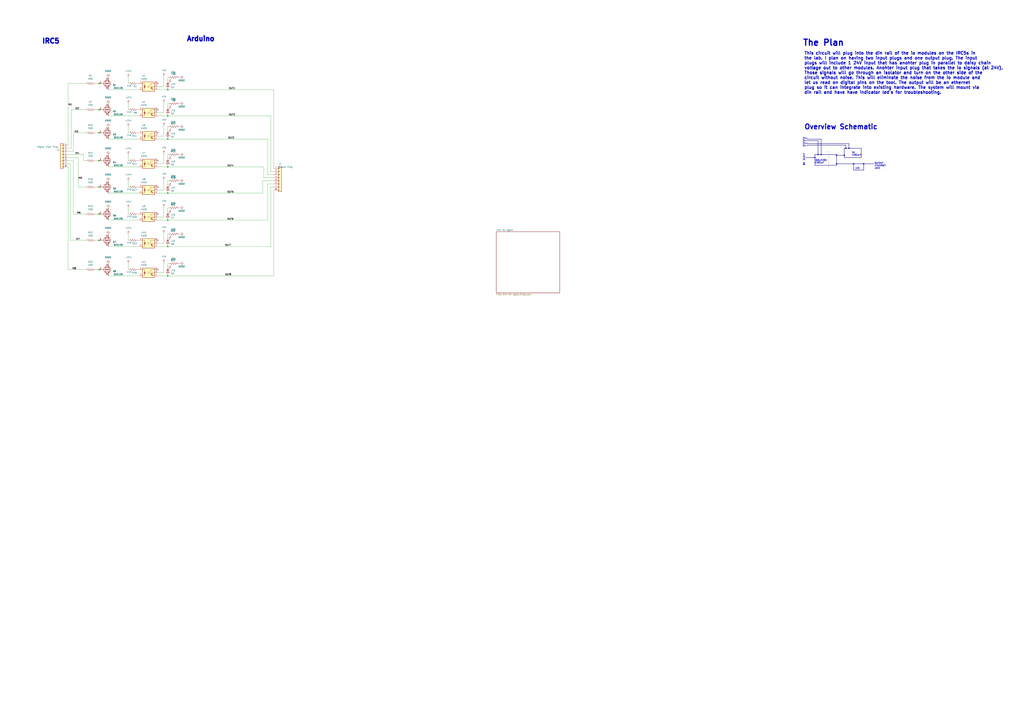
<source format=kicad_sch>
(kicad_sch (version 20230121) (generator eeschema)
  (paper "A1")
  (title_block (title "digital isolator for rob5000") (date "2023-12-20") (rev "A") (comment 1 "Author Henry"))
  (lib_symbols
    (symbol "Connector_Generic:Conn_01x08" (pin_names (offset 1.016) hide)
      (property "Reference" "J" (at 0 10.16 0))
      (property "Value" "Conn_01x08" (at 0 -12.7 0))
      (symbol "Conn_01x08_1_1"
        (rectangle (start -1.27 -10.033) (end 0 -10.287) (stroke (width 0.1524)))
        (rectangle (start -1.27 -7.493) (end 0 -7.747) (stroke (width 0.1524)))
        (rectangle (start -1.27 -4.953) (end 0 -5.207) (stroke (width 0.1524)))
        (rectangle (start -1.27 -2.413) (end 0 -2.667) (stroke (width 0.1524)))
        (rectangle (start -1.27 0.127) (end 0 -0.127) (stroke (width 0.1524)))
        (rectangle (start -1.27 2.667) (end 0 2.413) (stroke (width 0.1524)))
        (rectangle (start -1.27 5.207) (end 0 4.953) (stroke (width 0.1524)))
        (rectangle (start -1.27 7.747) (end 0 7.493) (stroke (width 0.1524)))
        (rectangle (start -1.27 8.89) (end 1.27 -11.43) (stroke (width 0.254)) (fill (type background)))
        (pin passive line (at -5.08 7.62 0) (length 3.81) (name "Pin_1") (number "1"))
        (pin passive line (at -5.08 5.08 0) (length 3.81) (name "Pin_2") (number "2"))
        (pin passive line (at -5.08 2.54 0) (length 3.81) (name "Pin_3") (number "3"))
        (pin passive line (at -5.08 0 0) (length 3.81) (name "Pin_4") (number "4"))
        (pin passive line (at -5.08 -2.54 0) (length 3.81) (name "Pin_5") (number "5"))
        (pin passive line (at -5.08 -5.08 0) (length 3.81) (name "Pin_6") (number "6"))
        (pin passive line (at -5.08 -7.62 0) (length 3.81) (name "Pin_7") (number "7"))
        (pin passive line (at -5.08 -10.16 0) (length 3.81) (name "Pin_8") (number "8"))
      )
    )
    (symbol "Device:LED" (pin_numbers hide) (pin_names (offset 1.016) hide)
      (property "Reference" "D" (at 0 2.54 0))
      (property "Value" "LED" (at 0 -2.54 0))
      (symbol "LED_0_1"
        (polyline (pts (xy -1.27 -1.27) (xy -1.27 1.27)) (stroke (width 0.254)))
        (polyline (pts (xy -1.27 0) (xy 1.27 0)))
        (polyline (pts (xy 1.27 -1.27) (xy 1.27 1.27) (xy -1.27 0) (xy 1.27 -1.27)) (stroke (width 0.254)))
        (polyline (pts (xy -3.048 -0.762) (xy -4.572 -2.286) (xy -3.81 -2.286) (xy -4.572 -2.286) (xy -4.572 -1.524)))
        (polyline (pts (xy -1.778 -0.762) (xy -3.302 -2.286) (xy -2.54 -2.286) (xy -3.302 -2.286) (xy -3.302 -1.524)))
      )
      (symbol "LED_1_1"
        (pin passive line (at -3.81 0 0) (length 2.54) (name "K") (number "1"))
        (pin passive line (at 3.81 0 180) (length 2.54) (name "A") (number "2"))
      )
    )
    (symbol "Device:R_US" (pin_numbers hide) (pin_names (offset 0))
      (property "Reference" "R" (at 2.54 0 90))
      (property "Value" "R_US" (at -2.54 0 90))
      (symbol "R_US_0_1"
        (polyline (pts (xy 0 -2.286) (xy 0 -2.54)))
        (polyline (pts (xy 0 2.286) (xy 0 2.54)))
        (polyline (pts (xy 0 -0.762) (xy 1.016 -1.143) (xy 0 -1.524) (xy -1.016 -1.905) (xy 0 -2.286)))
        (polyline (pts (xy 0 0.762) (xy 1.016 0.381) (xy 0 0) (xy -1.016 -0.381) (xy 0 -0.762)))
        (polyline (pts (xy 0 2.286) (xy 1.016 1.905) (xy 0 1.524) (xy -1.016 1.143) (xy 0 0.762)))
      )
      (symbol "R_US_1_1"
        (pin passive line (at 0 3.81 270) (length 1.27) (name "~") (number "1"))
        (pin passive line (at 0 -3.81 90) (length 1.27) (name "~") (number "2"))
      )
    )
    (symbol "Isolator:4N25" (pin_names (offset 1.016))
      (property "Reference" "U" (at -5.08 5.08 0))
      (property "Value" "4N25" (at 0 5.08 0))
      (symbol "4N25_0_1"
        (rectangle (start -5.08 3.81) (end 5.08 -3.81) (stroke (width 0.254)) (fill (type background)))
        (polyline (pts (xy -3.81 -0.635) (xy -2.54 -0.635)) (stroke (width 0.254)))
        (polyline (pts (xy 2.667 -1.397) (xy 3.81 -2.54)))
        (polyline (pts (xy 2.667 -1.143) (xy 3.81 0)))
        (polyline (pts (xy 3.81 -2.54) (xy 5.08 -2.54)))
        (polyline (pts (xy 3.81 0) (xy 5.08 0)))
        (polyline (pts (xy 2.667 -0.254) (xy 2.667 -2.286) (xy 2.667 -2.286)) (stroke (width 0.3556)))
        (polyline (pts (xy -5.08 -2.54) (xy -3.175 -2.54) (xy -3.175 2.54) (xy -5.08 2.54)))
        (polyline (pts (xy -3.175 -0.635) (xy -3.81 0.635) (xy -2.54 0.635) (xy -3.175 -0.635)) (stroke (width 0.254)))
        (polyline (pts (xy 3.683 -2.413) (xy 3.429 -1.905) (xy 3.175 -2.159) (xy 3.683 -2.413)))
        (polyline (pts (xy 5.08 2.54) (xy 1.905 2.54) (xy 1.905 -1.27) (xy 2.54 -1.27)))
        (polyline (pts (xy -0.635 -0.508) (xy 0.635 -0.508) (xy 0.254 -0.635) (xy 0.254 -0.381) (xy 0.635 -0.508)))
        (polyline (pts (xy -0.635 0.508) (xy 0.635 0.508) (xy 0.254 0.381) (xy 0.254 0.635) (xy 0.635 0.508)))
      )
      (symbol "4N25_1_1"
        (pin passive line (at -7.62 2.54 0) (length 2.54) (name "~") (number "1"))
        (pin passive line (at -7.62 -2.54 0) (length 2.54) (name "~") (number "2"))
        (pin no_connect line (at -5.08 0 0) (length 2.54) hide (name "NC") (number "3"))
        (pin passive line (at 7.62 -2.54 180) (length 2.54) (name "~") (number "4"))
        (pin passive line (at 7.62 0 180) (length 2.54) (name "~") (number "5"))
        (pin passive line (at 7.62 2.54 180) (length 2.54) (name "~") (number "6"))
      )
    )
    (symbol "Transistor_FET:BSS138" (pin_names hide)
      (property "Reference" "Q" (at 5.08 1.905 0))
      (property "Value" "BSS138" (at 5.08 0 0))
      (symbol "BSS138_0_1"
        (polyline (pts (xy 0.254 0) (xy -2.54 0)))
        (polyline (pts (xy 0.254 1.905) (xy 0.254 -1.905)) (stroke (width 0.254)))
        (polyline (pts (xy 0.762 -1.27) (xy 0.762 -2.286)) (stroke (width 0.254)))
        (polyline (pts (xy 0.762 0.508) (xy 0.762 -0.508)) (stroke (width 0.254)))
        (polyline (pts (xy 0.762 2.286) (xy 0.762 1.27)) (stroke (width 0.254)))
        (polyline (pts (xy 2.54 2.54) (xy 2.54 1.778)))
        (polyline (pts (xy 2.54 -2.54) (xy 2.54 0) (xy 0.762 0)))
        (polyline (pts (xy 0.762 -1.778) (xy 3.302 -1.778) (xy 3.302 1.778) (xy 0.762 1.778)))
        (polyline (pts (xy 1.016 0) (xy 2.032 0.381) (xy 2.032 -0.381) (xy 1.016 0)) (fill (type outline)))
        (polyline (pts (xy 2.794 0.508) (xy 2.921 0.381) (xy 3.683 0.381) (xy 3.81 0.254)))
        (polyline (pts (xy 3.302 0.381) (xy 2.921 -0.254) (xy 3.683 -0.254) (xy 3.302 0.381)))
        (circle (center 1.651 0) (radius 2.794) (stroke (width 0.254)))
        (circle (center 2.54 -1.778) (radius 0.254) (fill (type outline)))
        (circle (center 2.54 1.778) (radius 0.254) (fill (type outline)))
      )
      (symbol "BSS138_1_1"
        (pin input line (at -5.08 0 0) (length 2.54) (name "G") (number "1"))
        (pin passive line (at 2.54 -5.08 90) (length 2.54) (name "S") (number "2"))
        (pin passive line (at 2.54 5.08 270) (length 2.54) (name "D") (number "3"))
      )
    )
    (symbol "power:+24V" (power) (pin_names (offset 0))
      (property "Value" "+24V" (at 0 3.556 0))
      (symbol "+24V_0_1"
        (polyline (pts (xy -0.762 1.27) (xy 0 2.54)))
        (polyline (pts (xy 0 0) (xy 0 2.54)))
        (polyline (pts (xy 0 2.54) (xy 0.762 1.27)))
      )
      (symbol "+24V_1_1"
        (pin power_in line (at 0 0 90) (length 0) hide (name "+24V") (number "1"))
      )
    )
    (symbol "power:+5V" (power) (pin_names (offset 0))
      (property "Value" "+5V" (at 0 3.556 0))
      (symbol "+5V_0_1"
        (polyline (pts (xy -0.762 1.27) (xy 0 2.54)))
        (polyline (pts (xy 0 0) (xy 0 2.54)))
        (polyline (pts (xy 0 2.54) (xy 0.762 1.27)))
      )
      (symbol "+5V_1_1"
        (pin power_in line (at 0 0 90) (length 0) hide (name "+5V") (number "1"))
      )
    )
    (symbol "power:GND1" (power) (pin_names (offset 0))
      (property "Value" "GND1" (at 0 -3.81 0))
      (symbol "GND1_0_1"
        (polyline (pts (xy 0 0) (xy 0 -1.27) (xy 1.27 -1.27) (xy 0 -2.54) (xy -1.27 -1.27) (xy 0 -1.27)))
      )
      (symbol "GND1_1_1"
        (pin power_in line (at 0 0 270) (length 0) hide (name "GND1") (number "1"))
      )
    )
    (symbol "power:GND2" (power) (pin_names (offset 0))
      (property "Value" "GND2" (at 0 -3.81 0))
      (symbol "GND2_0_1"
        (polyline (pts (xy 0 0) (xy 0 -1.27) (xy 1.27 -1.27) (xy 0 -2.54) (xy -1.27 -1.27) (xy 0 -1.27)))
      )
      (symbol "GND2_1_1"
        (pin power_in line (at 0 0 270) (length 0) hide (name "GND2") (number "1"))
      )
    )
  )
  (junction (at 81.28 109.22))
  (junction (at 81.28 175.895))
  (junction (at 669.29 129.54))
  (junction (at 137.795 137.16))
  (junction (at 137.795 73.66))
  (junction (at 697.23 121.92))
  (junction (at 81.28 221.615))
  (junction (at 137.795 95.25))
  (junction (at 694.69 121.92))
  (junction (at 137.795 114.3))
  (junction (at 693.42 127.635))
  (junction (at 81.28 68.58))
  (junction (at 701.04 134.62))
  (junction (at 137.795 158.75))
  (junction (at 709.295 134.62))
  (junction (at 137.795 202.565))
  (junction (at 687.07 134.62))
  (junction (at 137.795 180.975))
  (junction (at 137.795 226.695))
  (junction (at 674.37 127))
  (junction (at 81.28 197.485))
  (junction (at 687.07 127.635))
  (junction (at 81.28 132.08))
  (junction (at 81.28 90.17))
  (junction (at 81.28 153.67))
  (junction (at 671.83 127))
  (no_connect (at 129.54 175.895))
  (no_connect (at 129.54 132.08))
  (no_connect (at 129.54 68.58))
  (no_connect (at 129.54 153.67))
  (no_connect (at 129.54 221.615))
  (no_connect (at 129.54 90.17))
  (no_connect (at 129.54 197.485))
  (no_connect (at 129.54 109.22))
  (wire (pts (xy 147.955 192.405) (xy 146.685 192.405)))
  (wire (pts (xy 78.105 197.485) (xy 81.28 197.485)))
  (wire (pts (xy 129.54 202.565) (xy 137.795 202.565)))
  (bus (pts (xy 662.94 118.11) (xy 697.23 118.11)))
  (wire (pts (xy 88.9 158.75) (xy 114.3 158.75)))
  (wire (pts (xy 134.62 147.955) (xy 134.62 156.21)))
  (wire (pts (xy 147.955 63.5) (xy 146.685 63.5)))
  (wire (pts (xy 139.065 104.14) (xy 137.795 104.14)))
  (wire (pts (xy 134.62 134.62) (xy 129.54 134.62)))
  (wire (pts (xy 134.62 103.505) (xy 134.62 111.76)))
  (wire (pts (xy 68.58 132.08) (xy 68.58 127)))
  (wire (pts (xy 57.785 197.485) (xy 70.485 197.485)))
  (wire (pts (xy 105.41 148.59) (xy 105.41 153.67)))
  (wire (pts (xy 222.25 153.67) (xy 222.25 202.565)))
  (wire (pts (xy 219.71 151.13) (xy 224.79 151.13)))
  (wire (pts (xy 137.795 85.09) (xy 137.795 87.63)))
  (wire (pts (xy 139.065 127) (xy 137.795 127)))
  (bus (pts (xy 669.29 129.54) (xy 669.29 135.89)))
  (wire (pts (xy 222.25 140.97) (xy 222.25 95.25)))
  (bus (pts (xy 680.72 124.46) (xy 680.72 138.43)) (stroke (width 0) (type dot)))
  (wire (pts (xy 113.03 153.67) (xy 114.3 153.67)))
  (wire (pts (xy 134.62 126.365) (xy 134.62 134.62)))
  (wire (pts (xy 129.54 158.75) (xy 137.795 158.75)))
  (wire (pts (xy 129.54 137.16) (xy 137.795 137.16)))
  (bus (pts (xy 662.94 119.38) (xy 694.69 119.38)))
  (wire (pts (xy 113.03 221.615) (xy 114.3 221.615)))
  (bus (pts (xy 671.83 127) (xy 674.37 127)))
  (wire (pts (xy 134.62 84.455) (xy 134.62 92.71)))
  (wire (pts (xy 81.28 132.08) (xy 81.915 132.08)))
  (wire (pts (xy 137.795 114.3) (xy 219.71 114.3)))
  (wire (pts (xy 57.785 134.62) (xy 57.785 197.485)))
  (wire (pts (xy 88.9 202.565) (xy 114.3 202.565)))
  (bus (pts (xy 693.42 127.635) (xy 693.42 129.54)))
  (bus (pts (xy 701.04 139.7) (xy 709.295 139.7)))
  (bus (pts (xy 687.07 127) (xy 687.07 127.635)))
  (wire (pts (xy 216.535 137.16) (xy 216.535 146.05)))
  (bus (pts (xy 709.295 134.62) (xy 717.55 134.62)))
  (wire (pts (xy 137.795 137.16) (xy 216.535 137.16)))
  (bus (pts (xy 674.37 127) (xy 687.07 127)))
  (wire (pts (xy 147.955 170.815) (xy 146.685 170.815)))
  (wire (pts (xy 78.105 90.17) (xy 81.28 90.17)))
  (wire (pts (xy 224.79 73.66) (xy 224.79 138.43)))
  (bus (pts (xy 697.23 121.92) (xy 707.39 121.92)))
  (wire (pts (xy 137.795 226.695) (xy 224.79 226.695)))
  (wire (pts (xy 81.28 109.22) (xy 81.915 109.22)))
  (bus (pts (xy 701.04 134.62) (xy 709.295 134.62)))
  (bus (pts (xy 687.07 134.62) (xy 701.04 134.62)))
  (wire (pts (xy 137.795 95.25) (xy 222.25 95.25)))
  (wire (pts (xy 139.065 85.09) (xy 137.795 85.09)))
  (wire (pts (xy 137.795 127) (xy 137.795 129.54)))
  (bus (pts (xy 669.29 127) (xy 669.29 129.54)))
  (wire (pts (xy 137.795 202.565) (xy 222.25 202.565)))
  (wire (pts (xy 105.41 63.5) (xy 105.41 68.58)))
  (wire (pts (xy 215.9 158.75) (xy 137.795 158.75)))
  (wire (pts (xy 81.28 153.67) (xy 81.915 153.67)))
  (bus (pts (xy 687.07 127.635) (xy 693.42 127.635)))
  (bus (pts (xy 693.42 121.92) (xy 694.69 121.92)))
  (wire (pts (xy 78.105 109.22) (xy 81.28 109.22)))
  (wire (pts (xy 137.795 192.405) (xy 137.795 194.945)))
  (wire (pts (xy 224.79 140.97) (xy 222.25 140.97)))
  (bus (pts (xy 674.37 114.3) (xy 674.37 127)))
  (bus (pts (xy 709.295 139.7) (xy 709.295 134.62)))
  (wire (pts (xy 137.795 180.975) (xy 219.71 180.975)))
  (wire (pts (xy 137.795 158.115) (xy 137.795 158.75)))
  (wire (pts (xy 105.41 192.405) (xy 105.41 197.485)))
  (wire (pts (xy 139.065 216.535) (xy 137.795 216.535)))
  (wire (pts (xy 137.795 148.59) (xy 137.795 151.13)))
  (wire (pts (xy 134.62 111.76) (xy 129.54 111.76)))
  (wire (pts (xy 70.485 175.895) (xy 60.325 175.895)))
  (bus (pts (xy 707.39 121.92) (xy 707.39 129.54)))
  (wire (pts (xy 88.9 226.695) (xy 114.3 226.695)))
  (bus (pts (xy 693.42 121.92) (xy 693.42 127.635)))
  (wire (pts (xy 134.62 62.865) (xy 134.62 71.12)))
  (wire (pts (xy 58.42 90.17) (xy 58.42 121.92)))
  (wire (pts (xy 139.065 192.405) (xy 137.795 192.405)))
  (wire (pts (xy 88.9 114.3) (xy 114.3 114.3)))
  (wire (pts (xy 113.03 109.22) (xy 114.3 109.22)))
  (wire (pts (xy 78.105 153.67) (xy 81.28 153.67)))
  (bus (pts (xy 694.69 119.38) (xy 694.69 121.92)))
  (bus (pts (xy 687.07 135.89) (xy 669.29 135.89)))
  (wire (pts (xy 219.71 180.975) (xy 219.71 151.13)))
  (wire (pts (xy 224.79 143.51) (xy 219.71 143.51)))
  (bus (pts (xy 707.39 129.54) (xy 693.42 129.54)))
  (wire (pts (xy 113.03 132.08) (xy 114.3 132.08)))
  (wire (pts (xy 147.955 148.59) (xy 146.685 148.59)))
  (wire (pts (xy 147.955 216.535) (xy 146.685 216.535)))
  (wire (pts (xy 105.41 85.09) (xy 105.41 90.17)))
  (wire (pts (xy 55.88 68.58) (xy 70.485 68.58)))
  (wire (pts (xy 215.9 148.59) (xy 215.9 158.75)))
  (wire (pts (xy 137.795 73.66) (xy 224.79 73.66)))
  (wire (pts (xy 147.955 104.14) (xy 146.685 104.14)))
  (wire (pts (xy 224.79 153.67) (xy 222.25 153.67)))
  (wire (pts (xy 147.955 127) (xy 146.685 127)))
  (wire (pts (xy 129.54 114.3) (xy 137.795 114.3)))
  (wire (pts (xy 139.065 148.59) (xy 137.795 148.59)))
  (bus (pts (xy 687.07 127.635) (xy 687.07 134.62)))
  (wire (pts (xy 55.88 134.62) (xy 57.785 134.62)))
  (bus (pts (xy 669.29 127) (xy 671.83 127)))
  (wire (pts (xy 134.62 92.71) (xy 129.54 92.71)))
  (wire (pts (xy 105.41 127) (xy 105.41 132.08)))
  (wire (pts (xy 139.065 63.5) (xy 137.795 63.5)))
  (wire (pts (xy 134.62 71.12) (xy 129.54 71.12)))
  (wire (pts (xy 81.28 221.615) (xy 81.915 221.615)))
  (wire (pts (xy 224.79 148.59) (xy 215.9 148.59)))
  (wire (pts (xy 105.41 216.535) (xy 105.41 221.615)))
  (wire (pts (xy 70.485 109.22) (xy 60.325 109.22)))
  (wire (pts (xy 134.62 200.025) (xy 129.54 200.025)))
  (wire (pts (xy 70.485 221.615) (xy 55.88 221.615)))
  (wire (pts (xy 70.485 132.08) (xy 68.58 132.08)))
  (wire (pts (xy 70.485 90.17) (xy 58.42 90.17)))
  (wire (pts (xy 134.62 170.18) (xy 134.62 178.435)))
  (wire (pts (xy 105.41 104.14) (xy 105.41 109.22)))
  (wire (pts (xy 216.535 146.05) (xy 224.79 146.05)))
  (wire (pts (xy 113.03 175.895) (xy 114.3 175.895)))
  (wire (pts (xy 64.135 129.54) (xy 64.135 153.67)))
  (wire (pts (xy 88.9 95.25) (xy 114.3 95.25)))
  (wire (pts (xy 134.62 215.9) (xy 134.62 224.155)))
  (wire (pts (xy 81.28 90.17) (xy 81.915 90.17)))
  (wire (pts (xy 81.28 197.485) (xy 81.915 197.485)))
  (wire (pts (xy 55.88 129.54) (xy 64.135 129.54)))
  (wire (pts (xy 60.325 175.895) (xy 60.325 132.08)))
  (wire (pts (xy 137.795 63.5) (xy 137.795 66.04)))
  (bus (pts (xy 697.23 118.11) (xy 697.23 121.92)))
  (wire (pts (xy 134.62 178.435) (xy 129.54 178.435)))
  (wire (pts (xy 147.955 85.09) (xy 146.685 85.09)))
  (wire (pts (xy 134.62 191.77) (xy 134.62 200.025)))
  (wire (pts (xy 78.105 132.08) (xy 81.28 132.08)))
  (bus (pts (xy 662.94 114.3) (xy 674.37 114.3)))
  (wire (pts (xy 88.9 137.16) (xy 114.3 137.16)))
  (wire (pts (xy 129.54 180.975) (xy 137.795 180.975)))
  (wire (pts (xy 137.795 170.815) (xy 137.795 173.355)))
  (wire (pts (xy 224.79 156.21) (xy 224.79 226.695)))
  (wire (pts (xy 60.325 124.46) (xy 55.88 124.46)))
  (wire (pts (xy 78.105 175.895) (xy 81.28 175.895)))
  (wire (pts (xy 78.105 221.615) (xy 81.28 221.615)))
  (wire (pts (xy 134.62 224.155) (xy 129.54 224.155)))
  (wire (pts (xy 55.88 119.38) (xy 55.88 68.58)))
  (wire (pts (xy 55.88 121.92) (xy 58.42 121.92)))
  (wire (pts (xy 81.28 68.58) (xy 81.915 68.58)))
  (wire (pts (xy 88.9 180.975) (xy 114.3 180.975)))
  (wire (pts (xy 113.03 90.17) (xy 114.3 90.17)))
  (wire (pts (xy 60.325 109.22) (xy 60.325 124.46)))
  (wire (pts (xy 60.325 132.08) (xy 55.88 132.08)))
  (wire (pts (xy 129.54 226.695) (xy 137.795 226.695)))
  (wire (pts (xy 137.795 104.14) (xy 137.795 106.68)))
  (wire (pts (xy 64.135 153.67) (xy 70.485 153.67)))
  (bus (pts (xy 662.94 115.57) (xy 671.83 115.57)))
  (wire (pts (xy 129.54 73.66) (xy 137.795 73.66)))
  (wire (pts (xy 137.795 216.535) (xy 137.795 219.075)))
  (bus (pts (xy 701.04 134.62) (xy 701.04 139.7)))
  (wire (pts (xy 55.88 221.615) (xy 55.88 137.16)))
  (wire (pts (xy 113.03 197.485) (xy 114.3 197.485)))
  (wire (pts (xy 113.03 68.58) (xy 114.3 68.58)))
  (wire (pts (xy 68.58 127) (xy 55.88 127)))
  (wire (pts (xy 139.065 170.815) (xy 137.795 170.815)))
  (wire (pts (xy 81.28 175.895) (xy 81.915 175.895)))
  (wire (pts (xy 219.71 143.51) (xy 219.71 114.3)))
  (wire (pts (xy 134.62 156.21) (xy 129.54 156.21)))
  (wire (pts (xy 88.9 73.66) (xy 114.3 73.66)))
  (bus (pts (xy 687.07 134.62) (xy 687.07 135.89)))
  (wire (pts (xy 129.54 95.25) (xy 137.795 95.25)))
  (wire (pts (xy 78.105 68.58) (xy 81.28 68.58)))
  (bus (pts (xy 694.69 121.92) (xy 697.23 121.92)))
  (bus (pts (xy 671.83 115.57) (xy 671.83 127)))
  (bus (pts (xy 661.67 129.54) (xy 669.29 129.54)))
  (wire (pts (xy 105.41 170.815) (xy 105.41 175.895)))
  (text "LED\n" (at 702.31 139.065 0) (effects (font (size 1.27 1.27) bold) (justify left bottom)))
  (text "Arduino\n" (at 153.035 34.29 0) (effects (font (size 4 4) (thickness 1.2) bold) (justify left bottom)))
  (text "I1\nI2\nI3\n...\nI8\n" (at 659.13 135.89 0) (effects (font (size 1.27 1.27) bold) (justify left bottom)))
  (text "This circuit will plug into the din rail of the io modules on the IRC5s in \nthe lab. I plan on having two input plugs and one output plug. The input \nplugs will include 1 24V input that has anohter plug in parallel to daisy chain \nvoltage out to other modules. Anohter input plug that takes the io signals (at 24V).\nThose signals will go through an isolator and turn on the other side of the \ncircuit without noise. This will eliminate the noise from the io module and \nlet us read on digital pins on the tool. The output will be an ethernet\nplug so it can integrate into existing hardware. The system will mount via\ndin rail and have have indicator led's for troubleshooting. " (at 660.4 77.47 0) (effects (font (size 2.5 2.5) bold) (justify left bottom)))
  (text "Overview Schematic" (at 660.4 106.68 0) (effects (font (size 4 4) bold) (justify left bottom)))
  (text "24+\n24-\n24+\n24-" (at 659.13 120.65 0) (effects (font (size 1.27 1.27) bold) (justify left bottom)))
  (text "IRC5\n" (at 34.29 36.195 0) (effects (font (size 4 4) (thickness 1.2) bold) (justify left bottom)))
  (text "ISOLATION \nCIRCUIT" (at 669.29 134.62 0) (effects (font (size 1.27 1.27) bold) (justify left bottom)))
  (text "5V \nCIRCUIT\n" (at 699.77 128.27 0) (effects (font (size 1.27 1.27) bold) (justify left bottom)))
  (text "OUTPUT\nETHERNET\nJACK" (at 718.185 139.065 0) (effects (font (size 1.27 1.27) bold) (justify left bottom)))
  (text "The Plan" (at 659.13 38.1 0) (effects (font (size 5 5) (thickness 1) bold) (justify left bottom)))
  (label "OUT7" (at 184.785 202.565 0) (effects (font bold)))
  (label "OUT3" (at 187.325 114.3 0) (effects (font bold)))
  (label "OUT1" (at 187.96 73.66 0) (effects (font bold)))
  (label "IN5" (at 64.135 147.32 0) (effects (font bold)))
  (label "IN4" (at 61.595 127 0) (effects (font bold)))
  (label "OUT4" (at 186.69 137.16 0) (effects (font bold)))
  (label "IN2" (at 61.595 90.17 0) (effects (font bold)))
  (label "OUT5" (at 186.69 158.75 0) (effects (font bold)))
  (label "IN1" (at 55.88 86.995 0) (effects (font bold)))
  (label "IN7" (at 62.23 197.485 0) (effects (font bold)))
  (label "IN8" (at 59.055 221.615 0) (effects (font bold)))
  (label "IN3" (at 60.96 109.22 0) (effects (font bold)))
  (label "OUT6" (at 186.69 180.975 0) (effects (font bold)))
  (label "OUT8" (at 184.785 226.695 0) (effects (font bold)))
  (label "IN6" (at 62.865 175.895 0) (effects (font bold)))
  (label "OUT2" (at 187.96 95.25 0) (effects (font bold)))
  (symbol (lib_id "Device:LED") (at 137.795 133.35 90) (mirror x) (unit 1)
    (property "Reference" "D5" (at 140.335 135.255 90) (effects (justify right)))
    (property "Value" "LED" (at 140.335 132.715 90) (effects (justify right)))
    (property "Footprint" "LED_SMD:LED_0603_1608Metric" (effects hide))
  )
  (symbol (lib_id "power:GND2") (at 147.955 192.405 90) (mirror x) (unit 1)
    (property "Reference" "#PWR043" (effects hide))
    (property "Value" "GND2" (at 149.225 194.945 90))
  )
  (symbol (lib_id "power:+24V") (at 105.41 63.5 0) (unit 1)
    (property "Reference" "#PWR06" (effects hide))
    (property "Value" "+24V" (at 105.41 58.42 0))
  )
  (symbol (lib_id "Device:R_US") (at 74.295 109.22 90) (unit 1)
    (property "Reference" "R10" (at 74.295 102.87 90))
    (property "Value" "330" (at 74.295 105.41 90))
    (property "Footprint" "Resistor_SMD:R_0402_1005Metric" (effects hide))
  )
  (symbol (lib_id "Device:R_US") (at 142.875 216.535 270) (mirror x) (unit 1)
    (property "Reference" "R27" (at 144.145 213.995 90) (effects (justify right)))
    (property "Value" "220" (at 144.145 212.725 90) (effects (justify right)))
    (property "Footprint" "Resistor_SMD:R_0402_1005Metric" (effects hide))
  )
  (symbol (lib_id "Transistor_FET:BSS138") (at 86.36 175.895 0) (mirror x) (unit 1)
    (property "Reference" "Q6" (at 92.71 177.165 0) (effects (justify left)))
    (property "Value" "BSS138" (at 93.345 179.705 0) (effects (justify left)))
    (property "Footprint" "Package_TO_SOT_SMD:SOT-23" (effects hide))
    (property "Datasheet" "https://www.onsemi.com/pub/Collateral/BSS138-D.PDF" (effects hide))
  )
  (symbol (lib_id "power:GND2") (at 147.955 104.14 90) (mirror x) (unit 1)
    (property "Reference" "#PWR027" (effects hide))
    (property "Value" "GND2" (at 149.225 106.68 90))
  )
  (symbol (lib_id "Device:R_US") (at 74.295 197.485 90) (unit 1)
    (property "Reference" "R22" (at 74.295 191.135 90))
    (property "Value" "330" (at 74.295 193.675 90))
    (property "Footprint" "Resistor_SMD:R_0402_1005Metric" (effects hide))
  )
  (symbol (lib_id "Isolator:4N25") (at 121.92 71.12 0) (unit 1)
    (property "Reference" "U1" (at 118.11 62.23 0))
    (property "Value" "4N25" (at 118.11 64.77 0))
    (property "Footprint" "Package_DIP:DIP-6_W7.62mm" (effects hide))
    (property "Datasheet" "https://www.vishay.com/docs/83725/4n25.pdf" (effects hide))
  )
  (symbol (lib_id "Device:R_US") (at 109.22 197.485 270) (unit 1)
    (property "Reference" "R23" (at 112.395 200.025 90) (effects (justify right)))
    (property "Value" "140" (at 107.95 199.39 90) (effects (justify right)))
    (property "Footprint" "Resistor_SMD:R_0402_1005Metric" (effects hide))
  )
  (symbol (lib_id "Transistor_FET:BSS138") (at 86.36 90.17 0) (mirror x) (unit 1)
    (property "Reference" "Q2" (at 92.71 91.44 0) (effects (justify left)))
    (property "Value" "BSS138" (at 93.345 93.98 0) (effects (justify left)))
    (property "Footprint" "Package_TO_SOT_SMD:SOT-23" (effects hide))
    (property "Datasheet" "https://www.onsemi.com/pub/Collateral/BSS138-D.PDF" (effects hide))
  )
  (symbol (lib_id "Transistor_FET:BSS138") (at 86.36 221.615 0) (mirror x) (unit 1)
    (property "Reference" "Q8" (at 92.71 222.885 0) (effects (justify left)))
    (property "Value" "BSS138" (at 93.345 225.425 0) (effects (justify left)))
    (property "Footprint" "Package_TO_SOT_SMD:SOT-23" (effects hide))
    (property "Datasheet" "https://www.onsemi.com/pub/Collateral/BSS138-D.PDF" (effects hide))
  )
  (symbol (lib_id "Device:R_US") (at 74.295 68.58 90) (unit 1)
    (property "Reference" "R1" (at 74.295 62.23 90))
    (property "Value" "330" (at 74.295 64.77 90))
    (property "Footprint" "Resistor_SMD:R_0402_1005Metric" (effects hide))
  )
  (symbol (lib_id "Device:R_US") (at 74.295 221.615 90) (unit 1)
    (property "Reference" "R25" (at 74.295 215.265 90))
    (property "Value" "330" (at 74.295 217.805 90))
    (property "Footprint" "Resistor_SMD:R_0402_1005Metric" (effects hide))
  )
  (symbol (lib_id "power:+5V") (at 134.62 103.505 0) (unit 1)
    (property "Reference" "#PWR026" (effects hide))
    (property "Value" "+5V" (at 134.62 98.425 0))
  )
  (symbol (lib_id "power:GND2") (at 147.955 216.535 90) (mirror x) (unit 1)
    (property "Reference" "#PWR047" (effects hide))
    (property "Value" "GND2" (at 149.225 219.075 90))
  )
  (symbol (lib_id "power:+24V") (at 105.41 192.405 0) (unit 1)
    (property "Reference" "#PWR041" (effects hide))
    (property "Value" "+24V" (at 105.41 187.325 0))
  )
  (symbol (lib_id "Device:R_US") (at 142.875 104.14 270) (mirror x) (unit 1)
    (property "Reference" "R12" (at 144.145 101.6 90) (effects (justify right)))
    (property "Value" "220" (at 144.145 100.33 90) (effects (justify right)))
    (property "Footprint" "Resistor_SMD:R_0402_1005Metric" (effects hide))
  )
  (symbol (lib_id "Transistor_FET:BSS138") (at 86.36 153.67 0) (mirror x) (unit 1)
    (property "Reference" "Q5" (at 92.71 154.94 0) (effects (justify left)))
    (property "Value" "BSS138" (at 93.345 157.48 0) (effects (justify left)))
    (property "Footprint" "Package_TO_SOT_SMD:SOT-23" (effects hide))
    (property "Datasheet" "https://www.onsemi.com/pub/Collateral/BSS138-D.PDF" (effects hide))
  )
  (symbol (lib_id "Device:R_US") (at 74.295 132.08 90) (unit 1)
    (property "Reference" "R13" (at 74.295 125.73 90))
    (property "Value" "330" (at 74.295 128.27 90))
    (property "Footprint" "Resistor_SMD:R_0402_1005Metric" (effects hide))
  )
  (symbol (lib_id "Connector_Generic:Conn_01x08") (at 229.87 146.05 0) (unit 1)
    (property "Reference" "J2" (at 228.6 134.62 0) (effects (justify left)))
    (property "Value" "Output Plug" (at 228.6 137.16 0) (effects (justify left)))
    (property "Footprint" "Connector_RJ:RJ45_Amphenol_54602-x08_Horizontal" (effects hide))
  )
  (symbol (lib_id "power:GND1") (at 88.9 85.09 0) (mirror x) (unit 1)
    (property "Reference" "#PWR020" (effects hide))
    (property "Value" "GND1" (at 88.9 80.01 0))
  )
  (symbol (lib_id "power:GND1") (at 88.9 170.815 0) (mirror x) (unit 1)
    (property "Reference" "#PWR036" (effects hide))
    (property "Value" "GND1" (at 88.9 165.735 0))
  )
  (symbol (lib_id "power:+5V") (at 134.62 170.18 0) (unit 1)
    (property "Reference" "#PWR038" (effects hide))
    (property "Value" "+5V" (at 134.62 165.1 0))
  )
  (symbol (lib_id "Isolator:4N25") (at 121.92 156.21 0) (unit 1)
    (property "Reference" "U8" (at 118.11 147.32 0))
    (property "Value" "4N25" (at 118.11 149.86 0))
    (property "Footprint" "Package_DIP:DIP-6_W7.62mm" (effects hide))
    (property "Datasheet" "https://www.vishay.com/docs/83725/4n25.pdf" (effects hide))
  )
  (symbol (lib_id "Device:R_US") (at 109.22 153.67 270) (unit 1)
    (property "Reference" "R17" (at 112.395 156.21 90) (effects (justify right)))
    (property "Value" "140" (at 107.95 155.575 90) (effects (justify right)))
    (property "Footprint" "Resistor_SMD:R_0402_1005Metric" (effects hide))
  )
  (symbol (lib_id "Isolator:4N25") (at 121.92 111.76 0) (unit 1)
    (property "Reference" "U6" (at 118.11 102.87 0))
    (property "Value" "4N25" (at 118.11 105.41 0))
    (property "Footprint" "Package_DIP:DIP-6_W7.62mm" (effects hide))
    (property "Datasheet" "https://www.vishay.com/docs/83725/4n25.pdf" (effects hide))
  )
  (symbol (lib_id "Isolator:4N25") (at 121.92 200.025 0) (unit 1)
    (property "Reference" "U10" (at 118.11 191.135 0))
    (property "Value" "4N25" (at 118.11 193.675 0))
    (property "Footprint" "Package_DIP:DIP-6_W7.62mm" (effects hide))
    (property "Datasheet" "https://www.vishay.com/docs/83725/4n25.pdf" (effects hide))
  )
  (symbol (lib_id "power:GND2") (at 147.955 63.5 90) (mirror x) (unit 1)
    (property "Reference" "#PWR08" (effects hide))
    (property "Value" "GND2" (at 149.225 66.04 90))
  )
  (symbol (lib_id "Connector_Generic:Conn_01x08") (at 50.8 127 0) (mirror y) (unit 1)
    (property "Reference" "J1" (at 48.895 123.19 0) (effects (justify left)))
    (property "Value" "Signal Input Plug" (at 47.625 120.65 0) (effects (justify left)))
    (property "Footprint" "Connector_Phoenix_MC:PhoenixContact_MC_1,5_8-GF-3.81_1x08_P3.81mm_Horizontal_ThreadedFlange" (effects hide))
  )
  (symbol (lib_id "Device:R_US") (at 142.875 148.59 270) (mirror x) (unit 1)
    (property "Reference" "R18" (at 144.145 146.05 90) (effects (justify right)))
    (property "Value" "220" (at 144.145 144.78 90) (effects (justify right)))
    (property "Footprint" "Resistor_SMD:R_0402_1005Metric" (effects hide))
  )
  (symbol (lib_id "Transistor_FET:BSS138") (at 86.36 132.08 0) (mirror x) (unit 1)
    (property "Reference" "Q4" (at 92.71 133.35 0) (effects (justify left)))
    (property "Value" "BSS138" (at 93.345 135.89 0) (effects (justify left)))
    (property "Footprint" "Package_TO_SOT_SMD:SOT-23" (effects hide))
    (property "Datasheet" "https://www.onsemi.com/pub/Collateral/BSS138-D.PDF" (effects hide))
  )
  (symbol (lib_id "Device:R_US") (at 109.22 132.08 270) (unit 1)
    (property "Reference" "R14" (at 112.395 134.62 90) (effects (justify right)))
    (property "Value" "140" (at 107.95 133.985 90) (effects (justify right)))
    (property "Footprint" "Resistor_SMD:R_0402_1005Metric" (effects hide))
  )
  (symbol (lib_id "Transistor_FET:BSS138") (at 86.36 197.485 0) (mirror x) (unit 1)
    (property "Reference" "Q7" (at 92.71 198.755 0) (effects (justify left)))
    (property "Value" "BSS138" (at 93.345 201.295 0) (effects (justify left)))
    (property "Footprint" "Package_TO_SOT_SMD:SOT-23" (effects hide))
    (property "Datasheet" "https://www.onsemi.com/pub/Collateral/BSS138-D.PDF" (effects hide))
  )
  (symbol (lib_id "Isolator:4N25") (at 121.92 224.155 0) (unit 1)
    (property "Reference" "U11" (at 118.11 215.265 0))
    (property "Value" "4N25" (at 118.11 217.805 0))
    (property "Footprint" "Package_DIP:DIP-6_W7.62mm" (effects hide))
    (property "Datasheet" "https://www.vishay.com/docs/83725/4n25.pdf" (effects hide))
  )
  (symbol (lib_id "power:+24V") (at 105.41 104.14 0) (unit 1)
    (property "Reference" "#PWR025" (effects hide))
    (property "Value" "+24V" (at 105.41 99.06 0))
  )
  (symbol (lib_id "Device:R_US") (at 109.22 68.58 270) (unit 1)
    (property "Reference" "R4" (at 112.395 71.12 90) (effects (justify right)))
    (property "Value" "140" (at 107.95 70.485 90) (effects (justify right)))
    (property "Footprint" "Resistor_SMD:R_0402_1005Metric" (effects hide))
  )
  (symbol (lib_id "power:+24V") (at 105.41 85.09 0) (unit 1)
    (property "Reference" "#PWR021" (effects hide))
    (property "Value" "+24V" (at 105.41 80.01 0))
  )
  (symbol (lib_id "power:+24V") (at 105.41 216.535 0) (unit 1)
    (property "Reference" "#PWR045" (effects hide))
    (property "Value" "+24V" (at 105.41 211.455 0))
  )
  (symbol (lib_id "power:+24V") (at 105.41 127 0) (unit 1)
    (property "Reference" "#PWR029" (effects hide))
    (property "Value" "+24V" (at 105.41 121.92 0))
  )
  (symbol (lib_id "Device:LED") (at 137.795 222.885 90) (mirror x) (unit 1)
    (property "Reference" "D9" (at 140.335 224.79 90) (effects (justify right)))
    (property "Value" "LED" (at 140.335 222.25 90) (effects (justify right)))
    (property "Footprint" "LED_SMD:LED_0603_1608Metric" (effects hide))
  )
  (symbol (lib_id "Device:R_US") (at 142.875 63.5 270) (mirror x) (unit 1)
    (property "Reference" "R3" (at 144.145 60.96 90) (effects (justify right)))
    (property "Value" "220" (at 144.145 59.69 90) (effects (justify right)))
    (property "Footprint" "Resistor_SMD:R_0402_1005Metric" (effects hide))
  )
  (symbol (lib_id "power:+24V") (at 105.41 148.59 0) (unit 1)
    (property "Reference" "#PWR033" (effects hide))
    (property "Value" "+24V" (at 105.41 143.51 0))
  )
  (symbol (lib_id "power:GND1") (at 88.9 192.405 0) (mirror x) (unit 1)
    (property "Reference" "#PWR040" (effects hide))
    (property "Value" "GND1" (at 88.9 187.325 0))
  )
  (symbol (lib_id "power:GND1") (at 88.9 63.5 0) (mirror x) (unit 1)
    (property "Reference" "#PWR02" (effects hide))
    (property "Value" "GND1" (at 88.9 58.42 0))
  )
  (symbol (lib_id "power:+5V") (at 134.62 147.955 0) (unit 1)
    (property "Reference" "#PWR034" (effects hide))
    (property "Value" "+5V" (at 134.62 142.875 0))
  )
  (symbol (lib_id "Isolator:4N25") (at 121.92 178.435 0) (unit 1)
    (property "Reference" "U9" (at 118.11 169.545 0))
    (property "Value" "4N25" (at 118.11 172.085 0))
    (property "Footprint" "Package_DIP:DIP-6_W7.62mm" (effects hide))
    (property "Datasheet" "https://www.vishay.com/docs/83725/4n25.pdf" (effects hide))
  )
  (symbol (lib_id "power:GND2") (at 147.955 85.09 90) (mirror x) (unit 1)
    (property "Reference" "#PWR023" (effects hide))
    (property "Value" "GND2" (at 149.225 87.63 90))
  )
  (symbol (lib_id "Device:R_US") (at 142.875 127 270) (mirror x) (unit 1)
    (property "Reference" "R15" (at 144.145 124.46 90) (effects (justify right)))
    (property "Value" "220" (at 144.145 123.19 90) (effects (justify right)))
    (property "Footprint" "Resistor_SMD:R_0402_1005Metric" (effects hide))
  )
  (symbol (lib_id "Device:R_US") (at 74.295 90.17 90) (unit 1)
    (property "Reference" "R7" (at 74.295 83.82 90))
    (property "Value" "330" (at 74.295 86.36 90))
    (property "Footprint" "Resistor_SMD:R_0402_1005Metric" (effects hide))
  )
  (symbol (lib_id "power:+5V") (at 134.62 84.455 0) (unit 1)
    (property "Reference" "#PWR022" (effects hide))
    (property "Value" "+5V" (at 134.62 79.375 0))
  )
  (symbol (lib_id "power:GND1") (at 88.9 148.59 0) (mirror x) (unit 1)
    (property "Reference" "#PWR032" (effects hide))
    (property "Value" "GND1" (at 88.9 143.51 0))
  )
  (symbol (lib_id "power:GND1") (at 88.9 104.14 0) (mirror x) (unit 1)
    (property "Reference" "#PWR024" (effects hide))
    (property "Value" "GND1" (at 88.9 99.06 0))
  )
  (symbol (lib_id "Device:LED") (at 137.795 177.165 90) (mirror x) (unit 1)
    (property "Reference" "D7" (at 140.335 179.07 90) (effects (justify right)))
    (property "Value" "LED" (at 140.335 176.53 90) (effects (justify right)))
    (property "Footprint" "LED_SMD:LED_0603_1608Metric" (effects hide))
  )
  (symbol (lib_id "Device:LED") (at 137.795 154.94 90) (mirror x) (unit 1)
    (property "Reference" "D6" (at 140.335 156.845 90) (effects (justify right)))
    (property "Value" "LED" (at 140.335 154.305 90) (effects (justify right)))
    (property "Footprint" "LED_SMD:LED_0603_1608Metric" (effects hide))
  )
  (symbol (lib_id "Device:R_US") (at 142.875 85.09 270) (mirror x) (unit 1)
    (property "Reference" "R9" (at 144.145 82.55 90) (effects (justify right)))
    (property "Value" "220" (at 144.145 81.28 90) (effects (justify right)))
    (property "Footprint" "Resistor_SMD:R_0402_1005Metric" (effects hide))
  )
  (symbol (lib_id "Device:LED") (at 137.795 110.49 90) (mirror x) (unit 1)
    (property "Reference" "D4" (at 140.335 112.395 90) (effects (justify right)))
    (property "Value" "LED" (at 140.335 109.855 90) (effects (justify right)))
    (property "Footprint" "LED_SMD:LED_0603_1608Metric" (effects hide))
  )
  (symbol (lib_id "Isolator:4N25") (at 121.92 92.71 0) (unit 1)
    (property "Reference" "U4" (at 118.11 83.82 0))
    (property "Value" "4N25" (at 118.11 86.36 0))
    (property "Footprint" "Package_DIP:DIP-6_W7.62mm" (effects hide))
    (property "Datasheet" "https://www.vishay.com/docs/83725/4n25.pdf" (effects hide))
  )
  (symbol (lib_id "Device:R_US") (at 109.22 221.615 270) (unit 1)
    (property "Reference" "R26" (at 112.395 224.155 90) (effects (justify right)))
    (property "Value" "140" (at 107.95 223.52 90) (effects (justify right)))
    (property "Footprint" "Resistor_SMD:R_0402_1005Metric" (effects hide))
  )
  (symbol (lib_id "Transistor_FET:BSS138") (at 86.36 109.22 0) (mirror x) (unit 1)
    (property "Reference" "Q3" (at 92.71 110.49 0) (effects (justify left)))
    (property "Value" "BSS138" (at 93.345 113.03 0) (effects (justify left)))
    (property "Footprint" "Package_TO_SOT_SMD:SOT-23" (effects hide))
    (property "Datasheet" "https://www.onsemi.com/pub/Collateral/BSS138-D.PDF" (effects hide))
  )
  (symbol (lib_id "Device:LED") (at 137.795 69.85 90) (mirror x) (unit 1)
    (property "Reference" "D2" (at 140.335 71.755 90) (effects (justify right)))
    (property "Value" "LED" (at 140.335 69.215 90) (effects (justify right)))
    (property "Footprint" "LED_SMD:LED_0603_1608Metric" (effects hide))
  )
  (symbol (lib_id "power:GND2") (at 147.955 148.59 90) (mirror x) (unit 1)
    (property "Reference" "#PWR035" (effects hide))
    (property "Value" "GND2" (at 149.225 151.13 90))
  )
  (symbol (lib_id "Transistor_FET:BSS138") (at 86.36 68.58 0) (mirror x) (unit 1)
    (property "Reference" "Q1" (at 92.71 69.85 0) (effects (justify left)))
    (property "Value" "BSS138" (at 93.345 72.39 0) (effects (justify left)))
    (property "Footprint" "Package_TO_SOT_SMD:SOT-23" (effects hide))
    (property "Datasheet" "https://www.onsemi.com/pub/Collateral/BSS138-D.PDF" (effects hide))
  )
  (symbol (lib_id "Device:R_US") (at 142.875 192.405 270) (mirror x) (unit 1)
    (property "Reference" "R24" (at 144.145 189.865 90) (effects (justify right)))
    (property "Value" "220" (at 144.145 188.595 90) (effects (justify right)))
    (property "Footprint" "Resistor_SMD:R_0402_1005Metric" (effects hide))
  )
  (symbol (lib_id "power:GND1") (at 88.9 216.535 0) (mirror x) (unit 1)
    (property "Reference" "#PWR044" (effects hide))
    (property "Value" "GND1" (at 88.9 211.455 0))
  )
  (symbol (lib_id "Isolator:4N25") (at 121.92 134.62 0) (unit 1)
    (property "Reference" "U7" (at 118.11 125.73 0))
    (property "Value" "4N25" (at 118.11 128.27 0))
    (property "Footprint" "Package_DIP:DIP-6_W7.62mm" (effects hide))
    (property "Datasheet" "https://www.vishay.com/docs/83725/4n25.pdf" (effects hide))
  )
  (symbol (lib_id "power:+5V") (at 134.62 191.77 0) (unit 1)
    (property "Reference" "#PWR042" (effects hide))
    (property "Value" "+5V" (at 134.62 186.69 0))
  )
  (symbol (lib_id "Device:LED") (at 137.795 91.44 90) (mirror x) (unit 1)
    (property "Reference" "D3" (at 140.335 93.345 90) (effects (justify right)))
    (property "Value" "LED" (at 140.335 90.805 90) (effects (justify right)))
    (property "Footprint" "LED_SMD:LED_0603_1608Metric" (effects hide))
  )
  (symbol (lib_id "power:GND1") (at 88.9 127 0) (mirror x) (unit 1)
    (property "Reference" "#PWR028" (effects hide))
    (property "Value" "GND1" (at 88.9 121.92 0))
  )
  (symbol (lib_id "power:+5V") (at 134.62 215.9 0) (unit 1)
    (property "Reference" "#PWR046" (effects hide))
    (property "Value" "+5V" (at 134.62 210.82 0))
  )
  (symbol (lib_id "power:GND2") (at 147.955 170.815 90) (mirror x) (unit 1)
    (property "Reference" "#PWR039" (effects hide))
    (property "Value" "GND2" (at 149.225 173.355 90))
  )
  (symbol (lib_id "power:+24V") (at 105.41 170.815 0) (unit 1)
    (property "Reference" "#PWR037" (effects hide))
    (property "Value" "+24V" (at 105.41 165.735 0))
  )
  (symbol (lib_id "Device:R_US") (at 109.22 175.895 270) (unit 1)
    (property "Reference" "R20" (at 112.395 178.435 90) (effects (justify right)))
    (property "Value" "140" (at 107.95 177.8 90) (effects (justify right)))
    (property "Footprint" "Resistor_SMD:R_0402_1005Metric" (effects hide))
  )
  (symbol (lib_id "Device:R_US") (at 109.22 90.17 270) (unit 1)
    (property "Reference" "R8" (at 112.395 92.71 90) (effects (justify right)))
    (property "Value" "140" (at 107.95 92.075 90) (effects (justify right)))
    (property "Footprint" "Resistor_SMD:R_0402_1005Metric" (effects hide))
  )
  (symbol (lib_id "Device:R_US") (at 109.22 109.22 270) (unit 1)
    (property "Reference" "R11" (at 112.395 111.76 90) (effects (justify right)))
    (property "Value" "140" (at 107.95 111.125 90) (effects (justify right)))
    (property "Footprint" "Resistor_SMD:R_0402_1005Metric" (effects hide))
  )
  (symbol (lib_id "Device:LED") (at 137.795 198.755 90) (mirror x) (unit 1)
    (property "Reference" "D8" (at 140.335 200.66 90) (effects (justify right)))
    (property "Value" "LED" (at 140.335 198.12 90) (effects (justify right)))
    (property "Footprint" "LED_SMD:LED_0603_1608Metric" (effects hide))
  )
  (symbol (lib_id "power:+5V") (at 134.62 126.365 0) (unit 1)
    (property "Reference" "#PWR030" (effects hide))
    (property "Value" "+5V" (at 134.62 121.285 0))
  )
  (symbol (lib_id "Device:R_US") (at 142.875 170.815 270) (mirror x) (unit 1)
    (property "Reference" "R21" (at 144.145 168.275 90) (effects (justify right)))
    (property "Value" "220" (at 144.145 167.005 90) (effects (justify right)))
    (property "Footprint" "Resistor_SMD:R_0402_1005Metric" (effects hide))
  )
  (symbol (lib_id "Device:R_US") (at 74.295 153.67 90) (unit 1)
    (property "Reference" "R16" (at 74.295 147.32 90))
    (property "Value" "330" (at 74.295 149.86 90))
    (property "Footprint" "Resistor_SMD:R_0402_1005Metric" (effects hide))
  )
  (symbol (lib_id "power:GND2") (at 147.955 127 90) (mirror x) (unit 1)
    (property "Reference" "#PWR031" (effects hide))
    (property "Value" "GND2" (at 149.225 129.54 90))
  )
  (symbol (lib_id "Device:R_US") (at 74.295 175.895 90) (unit 1)
    (property "Reference" "R19" (at 74.295 169.545 90))
    (property "Value" "330" (at 74.295 172.085 90))
    (property "Footprint" "Resistor_SMD:R_0402_1005Metric" (effects hide))
  )
  (symbol (lib_id "power:+5V") (at 134.62 62.865 0) (unit 1)
    (property "Reference" "#PWR05" (effects hide))
    (property "Value" "+5V" (at 134.62 57.785 0))
  )
  (sheet (at 407.67 190.5) (size 52.07 50.165) (stroke (width 0.1524))
    (property "Sheetname" "24V-5V again" (at 407.67 189.7884 0) (effects (justify left bottom)))
    (property "Sheetfile" "24V-5V agian.kicad_sch" (at 407.67 241.2496 0) (effects (justify left top)))
  )
)
</source>
